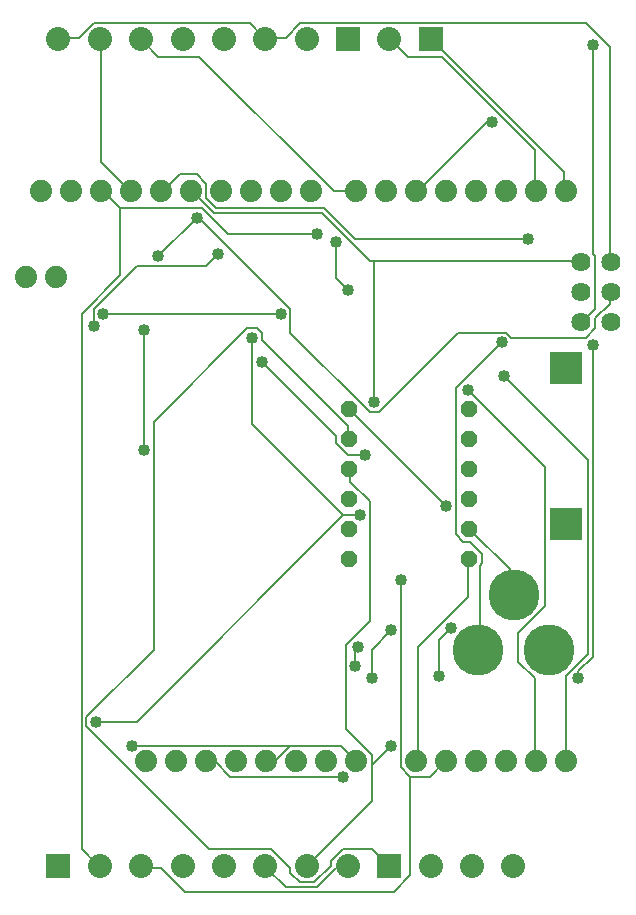
<source format=gbl>
G75*
%MOIN*%
%OFA0B0*%
%FSLAX24Y24*%
%IPPOS*%
%LPD*%
%AMOC8*
5,1,8,0,0,1.08239X$1,22.5*
%
%ADD10R,0.1095X0.1095*%
%ADD11R,0.0800X0.0800*%
%ADD12C,0.0800*%
%ADD13OC8,0.0560*%
%ADD14C,0.0640*%
%ADD15C,0.0740*%
%ADD16C,0.1700*%
%ADD17C,0.0080*%
%ADD18C,0.0400*%
D10*
X022000Y013000D03*
X022000Y018200D03*
D11*
X005075Y001600D03*
X016099Y001600D03*
X017477Y029168D03*
X014721Y029168D03*
D12*
X013343Y029168D03*
X011965Y029168D03*
X010587Y029168D03*
X009209Y029168D03*
X007831Y029168D03*
X006453Y029168D03*
X005075Y029168D03*
X016099Y029168D03*
X017477Y001600D03*
X018855Y001600D03*
X020232Y001600D03*
X014721Y001600D03*
X013343Y001600D03*
X011965Y001600D03*
X010587Y001600D03*
X009209Y001600D03*
X007831Y001600D03*
X006453Y001600D03*
D13*
X014750Y011850D03*
X014750Y012850D03*
X014750Y013850D03*
X014750Y014850D03*
X014750Y015850D03*
X014750Y016850D03*
X018750Y016850D03*
X018750Y015850D03*
X018750Y014850D03*
X018750Y013850D03*
X018750Y012850D03*
X018750Y011850D03*
D14*
X022500Y019725D03*
X022500Y020725D03*
X022500Y021725D03*
X023500Y021725D03*
X023500Y020725D03*
X023500Y019725D03*
D15*
X022000Y024100D03*
X021000Y024100D03*
X020000Y024100D03*
X019000Y024100D03*
X018000Y024100D03*
X017000Y024100D03*
X016000Y024100D03*
X015000Y024100D03*
X013500Y024100D03*
X012500Y024100D03*
X011500Y024100D03*
X010500Y024100D03*
X009500Y024100D03*
X008500Y024100D03*
X007500Y024100D03*
X006500Y024100D03*
X005500Y024100D03*
X004500Y024100D03*
X004000Y021225D03*
X005000Y021225D03*
X008000Y005100D03*
X009000Y005100D03*
X010000Y005100D03*
X011000Y005100D03*
X012000Y005100D03*
X013000Y005100D03*
X014000Y005100D03*
X015000Y005100D03*
X017000Y005100D03*
X018000Y005100D03*
X019000Y005100D03*
X020000Y005100D03*
X021000Y005100D03*
X022000Y005100D03*
D16*
X021424Y008800D03*
X020242Y010650D03*
X019061Y008800D03*
D17*
X019125Y008820D01*
X019125Y011620D01*
X019205Y011700D01*
X019205Y012020D01*
X018805Y012420D01*
X018565Y012420D01*
X018325Y012660D01*
X018325Y017540D01*
X019845Y019060D01*
X020005Y019380D02*
X018405Y019380D01*
X015765Y016740D01*
X015445Y016740D01*
X012805Y019380D01*
X012805Y020180D01*
X009765Y023220D01*
X009685Y023220D01*
X008405Y021940D01*
X007685Y021620D02*
X010005Y021620D01*
X010405Y022020D01*
X010725Y022660D02*
X009845Y023540D01*
X007125Y023540D01*
X007125Y021300D01*
X005845Y020020D01*
X005845Y002180D01*
X006405Y001620D01*
X006453Y001600D01*
X007831Y001600D02*
X007845Y001540D01*
X008485Y001540D01*
X009285Y000740D01*
X016245Y000740D01*
X016805Y001300D01*
X016805Y004580D01*
X017445Y004580D01*
X017925Y005060D01*
X018000Y005100D01*
X017045Y005140D02*
X017000Y005100D01*
X017045Y005140D02*
X017045Y008900D01*
X018725Y010580D01*
X018725Y011780D01*
X018750Y011850D01*
X018805Y012820D02*
X018750Y012850D01*
X018805Y012820D02*
X020165Y011460D01*
X020165Y010660D01*
X020242Y010650D01*
X021285Y010260D02*
X020405Y009380D01*
X020405Y008420D01*
X020965Y007860D01*
X020965Y005140D01*
X021000Y005100D01*
X022000Y005100D02*
X022005Y005140D01*
X022005Y007940D01*
X022725Y008660D01*
X022725Y015140D01*
X019925Y017940D01*
X018725Y017460D02*
X021285Y014900D01*
X021285Y010260D01*
X022885Y008580D02*
X022885Y018980D01*
X022645Y019220D02*
X020165Y019220D01*
X020005Y019380D01*
X022500Y019725D02*
X022565Y019780D01*
X022965Y020180D01*
X022965Y021940D01*
X022885Y022020D01*
X022885Y028980D01*
X023445Y028900D02*
X022645Y029700D01*
X013125Y029700D01*
X012645Y029220D01*
X012005Y029220D01*
X011965Y029168D01*
X011925Y029220D01*
X011445Y029700D01*
X006245Y029700D01*
X005765Y029220D01*
X005125Y029220D01*
X005075Y029168D01*
X006453Y029168D02*
X006485Y029140D01*
X006485Y025060D01*
X007445Y024100D01*
X007500Y024100D01*
X007125Y023540D02*
X006565Y024100D01*
X006500Y024100D01*
X008500Y024100D02*
X008565Y024100D01*
X009125Y024660D01*
X009685Y024660D01*
X010005Y024340D01*
X010005Y023860D01*
X010325Y023540D01*
X013925Y023540D01*
X014965Y022500D01*
X020725Y022500D01*
X020965Y024100D02*
X021000Y024100D01*
X020965Y024100D02*
X020965Y025460D01*
X017845Y028580D01*
X016725Y028580D01*
X016165Y029140D01*
X016099Y029168D01*
X017477Y029168D02*
X017525Y029140D01*
X021925Y024740D01*
X021925Y024100D01*
X022000Y024100D01*
X022485Y021780D02*
X022500Y021725D01*
X022485Y021780D02*
X015605Y021780D01*
X015605Y017060D01*
X014805Y016820D02*
X014750Y016850D01*
X014805Y016820D02*
X018005Y013620D01*
X016485Y011140D02*
X016485Y004900D01*
X016805Y004580D01*
X016165Y005620D02*
X015525Y004980D01*
X015525Y005300D01*
X014645Y006180D01*
X014645Y008980D01*
X015445Y009780D01*
X015445Y013780D01*
X014805Y014420D01*
X014805Y014820D01*
X014750Y014850D01*
X014725Y015300D02*
X015285Y015300D01*
X014725Y015300D02*
X014325Y015700D01*
X014325Y015940D01*
X011845Y018420D01*
X011845Y019140D02*
X011845Y019380D01*
X011685Y019540D01*
X011365Y019540D01*
X008245Y016420D01*
X008245Y008820D01*
X006005Y006580D01*
X006005Y006260D01*
X010085Y002180D01*
X012165Y002180D01*
X012805Y001540D01*
X012805Y001380D01*
X013125Y001060D01*
X013605Y001060D01*
X014165Y001620D01*
X014165Y001780D01*
X014565Y002180D01*
X015525Y002180D01*
X016085Y001620D01*
X016099Y001600D01*
X014721Y001600D02*
X014645Y001540D01*
X014325Y001540D01*
X013685Y000900D01*
X012645Y000900D01*
X012005Y001540D01*
X011965Y001600D01*
X013343Y001600D02*
X013365Y001620D01*
X015525Y003780D01*
X015525Y004980D01*
X015000Y005100D02*
X014965Y005140D01*
X014485Y005620D01*
X012805Y005620D01*
X007525Y005620D01*
X007685Y006420D02*
X014565Y013300D01*
X011525Y016340D01*
X011525Y019220D01*
X011845Y019140D02*
X014725Y016260D01*
X014725Y015860D01*
X014750Y015850D01*
X014565Y013300D02*
X015125Y013300D01*
X018165Y009540D02*
X017765Y009140D01*
X017765Y007940D01*
X016165Y009460D02*
X015525Y008820D01*
X015525Y007860D01*
X014965Y008260D02*
X014965Y008820D01*
X015045Y008900D01*
X012805Y005620D02*
X012325Y005140D01*
X012005Y005140D01*
X012000Y005100D01*
X010805Y004580D02*
X014565Y004580D01*
X010805Y004580D02*
X010325Y005060D01*
X010005Y005060D01*
X010000Y005100D01*
X007685Y006420D02*
X006325Y006420D01*
X007925Y015460D02*
X007925Y019460D01*
X006565Y020020D02*
X012485Y020020D01*
X014325Y021220D02*
X014325Y022420D01*
X013685Y022660D02*
X010725Y022660D01*
X010245Y023380D02*
X009525Y024100D01*
X009500Y024100D01*
X010245Y023380D02*
X013845Y023380D01*
X015445Y021780D01*
X015605Y021780D01*
X014725Y020820D02*
X014325Y021220D01*
X014245Y024100D02*
X009765Y028580D01*
X008405Y028580D01*
X007845Y029140D01*
X007831Y029168D01*
X007685Y021620D02*
X006245Y020180D01*
X006245Y019620D01*
X014245Y024100D02*
X015000Y024100D01*
X017000Y024100D02*
X017045Y024100D01*
X019365Y026420D01*
X019525Y026420D01*
X023445Y028900D02*
X023445Y021780D01*
X023500Y021725D01*
X023500Y020725D02*
X023445Y020660D01*
X023445Y020340D01*
X022965Y019860D01*
X022965Y019540D01*
X022645Y019220D01*
X022885Y008580D02*
X022405Y008100D01*
X022405Y007860D01*
D18*
X022405Y007860D03*
X018165Y009540D03*
X017765Y007940D03*
X016165Y009460D03*
X015045Y008900D03*
X014965Y008260D03*
X015525Y007860D03*
X016165Y005620D03*
X014565Y004580D03*
X016485Y011140D03*
X015125Y013300D03*
X015285Y015300D03*
X015605Y017060D03*
X018005Y013620D03*
X018725Y017460D03*
X019925Y017940D03*
X019845Y019060D03*
X020725Y022500D03*
X019525Y026420D03*
X022885Y028980D03*
X014725Y020820D03*
X014325Y022420D03*
X013685Y022660D03*
X012485Y020020D03*
X011525Y019220D03*
X011845Y018420D03*
X010405Y022020D03*
X009685Y023220D03*
X008405Y021940D03*
X006565Y020020D03*
X006245Y019620D03*
X007925Y019460D03*
X007925Y015460D03*
X006325Y006420D03*
X007525Y005620D03*
X022885Y018980D03*
M02*

</source>
